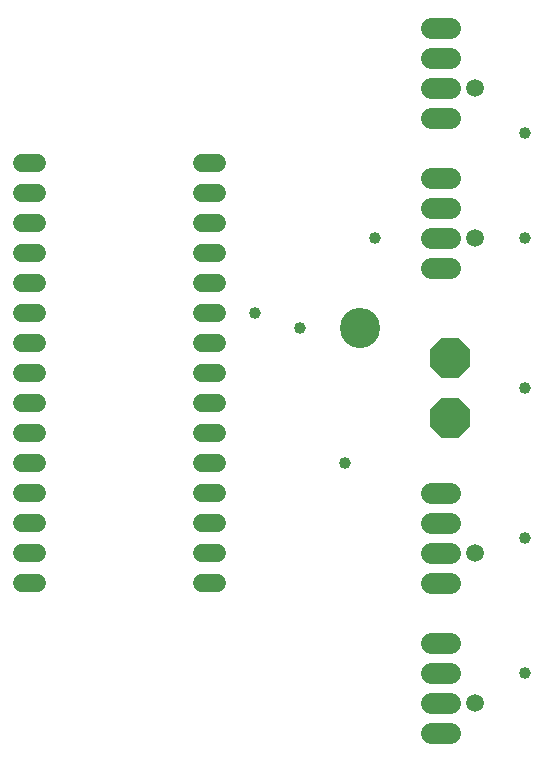
<source format=gbr>
G04 EAGLE Gerber RS-274X export*
G75*
%MOMM*%
%FSLAX34Y34*%
%LPD*%
%INSoldermask Top*%
%IPPOS*%
%AMOC8*
5,1,8,0,0,1.08239X$1,22.5*%
G01*
%ADD10C,3.403200*%
%ADD11C,1.511200*%
%ADD12C,1.808200*%
%ADD13C,1.503200*%
%ADD14P,3.656530X8X22.500000*%
%ADD15C,1.009600*%


D10*
X330200Y381000D03*
D11*
X209740Y165100D02*
X196660Y165100D01*
X196660Y190500D02*
X209740Y190500D01*
X209740Y215900D02*
X196660Y215900D01*
X196660Y241300D02*
X209740Y241300D01*
X209740Y266700D02*
X196660Y266700D01*
X196660Y292100D02*
X209740Y292100D01*
X209740Y317500D02*
X196660Y317500D01*
X196660Y342900D02*
X209740Y342900D01*
X209740Y368300D02*
X196660Y368300D01*
X196660Y393700D02*
X209740Y393700D01*
X209740Y419100D02*
X196660Y419100D01*
X196660Y444500D02*
X209740Y444500D01*
X57340Y165100D02*
X44260Y165100D01*
X44260Y190500D02*
X57340Y190500D01*
X57340Y215900D02*
X44260Y215900D01*
X44260Y368300D02*
X57340Y368300D01*
X57340Y393700D02*
X44260Y393700D01*
X44260Y419100D02*
X57340Y419100D01*
X57340Y444500D02*
X44260Y444500D01*
X44260Y520700D02*
X57340Y520700D01*
X196660Y520700D02*
X209740Y520700D01*
X209740Y495300D02*
X196660Y495300D01*
X196660Y469900D02*
X209740Y469900D01*
X57340Y495300D02*
X44260Y495300D01*
X44260Y469900D02*
X57340Y469900D01*
X57340Y241300D02*
X44260Y241300D01*
X44260Y342900D02*
X57340Y342900D01*
X57340Y317500D02*
X44260Y317500D01*
X44260Y292100D02*
X57340Y292100D01*
X57340Y266700D02*
X44260Y266700D01*
D12*
X390350Y38100D02*
X406400Y38100D01*
X406400Y63500D02*
X390350Y63500D01*
X390350Y88900D02*
X406400Y88900D01*
X406400Y114300D02*
X390350Y114300D01*
D13*
X428000Y63500D03*
D12*
X406400Y558800D02*
X390350Y558800D01*
X390350Y584200D02*
X406400Y584200D01*
X406400Y609600D02*
X390350Y609600D01*
X390350Y635000D02*
X406400Y635000D01*
D13*
X428000Y584200D03*
D12*
X406400Y431800D02*
X390350Y431800D01*
X390350Y457200D02*
X406400Y457200D01*
X406400Y482600D02*
X390350Y482600D01*
X390350Y508000D02*
X406400Y508000D01*
D13*
X428000Y457200D03*
D12*
X406400Y165100D02*
X390350Y165100D01*
X390350Y190500D02*
X406400Y190500D01*
X406400Y215900D02*
X390350Y215900D01*
X390350Y241300D02*
X406400Y241300D01*
D13*
X428000Y190500D03*
D14*
X406400Y355600D03*
X406400Y304800D03*
D15*
X469900Y457200D03*
X469900Y546100D03*
X469900Y88900D03*
X469900Y203200D03*
X469900Y330200D03*
X342900Y457200D03*
X241300Y393700D03*
X279400Y381000D03*
X317500Y266700D03*
M02*

</source>
